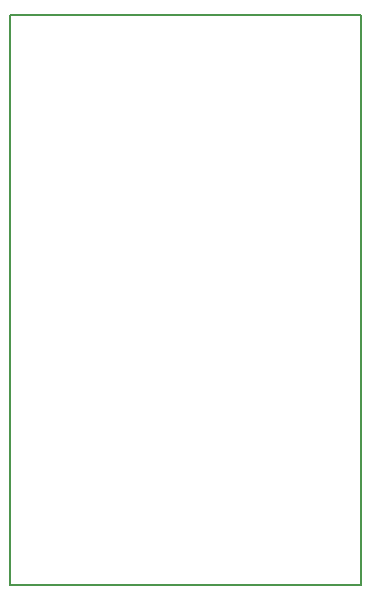
<source format=gbr>
G04 #@! TF.FileFunction,Profile,NP*
%FSLAX46Y46*%
G04 Gerber Fmt 4.6, Leading zero omitted, Abs format (unit mm)*
G04 Created by KiCad (PCBNEW 4.0.6-e0-6349~53~ubuntu16.04.1) date Tue Apr 25 15:56:05 2017*
%MOMM*%
%LPD*%
G01*
G04 APERTURE LIST*
%ADD10C,0.100000*%
%ADD11C,0.150000*%
G04 APERTURE END LIST*
D10*
D11*
X184658000Y-114300000D02*
X184150000Y-114300000D01*
X184658000Y-66040000D02*
X184658000Y-114300000D01*
X184150000Y-66040000D02*
X184658000Y-66040000D01*
X154940000Y-66040000D02*
X154940000Y-114300000D01*
X184150000Y-66040000D02*
X154940000Y-66040000D01*
X154940000Y-114300000D02*
X184150000Y-114300000D01*
M02*

</source>
